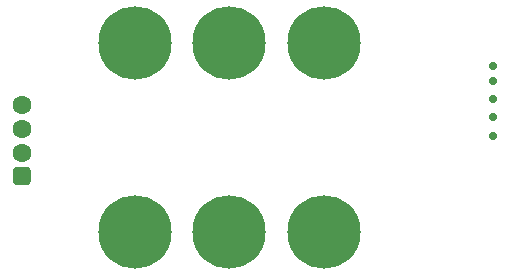
<source format=gbr>
G04*
G04 #@! TF.GenerationSoftware,Altium Limited,Altium Designer,23.0.1 (38)*
G04*
G04 Layer_Color=16711935*
%FSLAX24Y24*%
%MOIN*%
G70*
G04*
G04 #@! TF.SameCoordinates,76AA6A9F-6522-488D-AC0F-A5AD469E9F3A*
G04*
G04*
G04 #@! TF.FilePolarity,Negative*
G04*
G01*
G75*
G04:AMPARAMS|DCode=24|XSize=63.1mil|YSize=63.1mil|CornerRadius=17.8mil|HoleSize=0mil|Usage=FLASHONLY|Rotation=90.000|XOffset=0mil|YOffset=0mil|HoleType=Round|Shape=RoundedRectangle|*
%AMROUNDEDRECTD24*
21,1,0.0631,0.0276,0,0,90.0*
21,1,0.0276,0.0631,0,0,90.0*
1,1,0.0356,0.0138,0.0138*
1,1,0.0356,0.0138,-0.0138*
1,1,0.0356,-0.0138,-0.0138*
1,1,0.0356,-0.0138,0.0138*
%
%ADD24ROUNDEDRECTD24*%
%ADD25C,0.0631*%
%ADD26C,0.2442*%
%ADD27C,0.0280*%
D24*
X39400Y35975D02*
D03*
D25*
Y36763D02*
D03*
Y37550D02*
D03*
Y38337D02*
D03*
D26*
X46295Y40421D02*
D03*
X49444D02*
D03*
X43145D02*
D03*
Y34122D02*
D03*
X46295D02*
D03*
X49444D02*
D03*
D27*
X55100Y39650D02*
D03*
Y37300D02*
D03*
Y37950D02*
D03*
Y38550D02*
D03*
Y39150D02*
D03*
M02*

</source>
